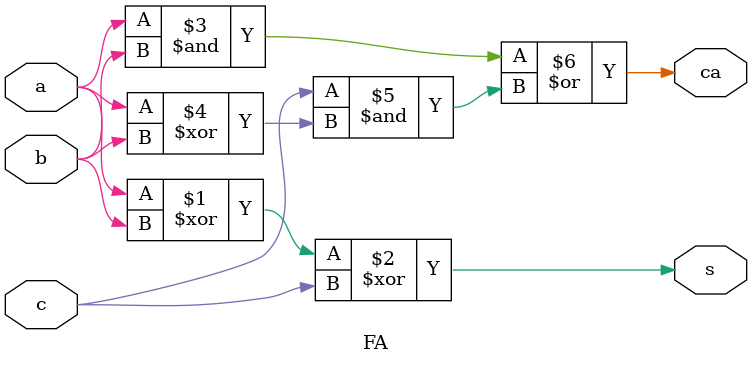
<source format=v>
`timescale 1ns / 1ps

module Accurate_RCA(
    input [15:0] a,b,
    output [16:0] s
    );
wire [15:0] ca;
    FA f1(a[0], b[0], 1'b0, s[0], ca[0]);
    FA f2(a[1], b[1], ca[0], s[1], ca[1]);
    FA f3(a[2], b[2], ca[1], s[2], ca[2]);
    FA f4(a[3], b[3], ca[2], s[3], ca[3]);
    FA f5(a[4], b[4], ca[3], s[4], ca[4]);
    FA f6(a[5], b[5], ca[4], s[5], ca[5]);
    FA f7(a[6], b[6], ca[5], s[6], ca[6]);
    FA f8(a[7], b[7], ca[6], s[7], ca[7]);
    FA f9(a[8], b[8], ca[7], s[8], ca[8]);
    FA f10(a[9], b[9], ca[8], s[9], ca[9]);
    FA f11(a[10], b[10], ca[9], s[10], ca[10]);
    FA f12(a[11], b[11], ca[10], s[11], ca[11]);
    FA f13(a[12], b[12], ca[11], s[12], ca[12]);
    FA f14(a[13], b[13], ca[12], s[13], ca[13]);
    FA f15(a[14], b[14], ca[13], s[14], ca[14]);
    FA f16(a[15], b[15], ca[14], s[15], ca[15]);
    assign s[16] = ca[15];

endmodule

module FA(
    input a,b,c,
    output s,ca
    );
    
    assign s = a^b^c;
    assign ca = a&b | c&(a^b);
endmodule
</source>
